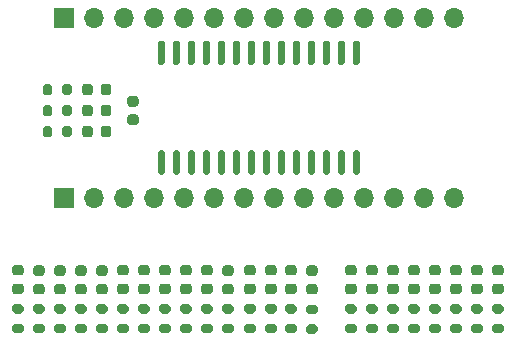
<source format=gbr>
%TF.GenerationSoftware,KiCad,Pcbnew,(5.1.10-1-10_14)*%
%TF.CreationDate,2021-10-02T01:03:44-04:00*%
%TF.ProjectId,microcode-eeprom,6d696372-6f63-46f6-9465-2d656570726f,rev?*%
%TF.SameCoordinates,Original*%
%TF.FileFunction,Soldermask,Top*%
%TF.FilePolarity,Negative*%
%FSLAX46Y46*%
G04 Gerber Fmt 4.6, Leading zero omitted, Abs format (unit mm)*
G04 Created by KiCad (PCBNEW (5.1.10-1-10_14)) date 2021-10-02 01:03:44*
%MOMM*%
%LPD*%
G01*
G04 APERTURE LIST*
%ADD10O,1.700000X1.700000*%
%ADD11R,1.700000X1.700000*%
G04 APERTURE END LIST*
%TO.C,U53*%
G36*
G01*
X103740000Y-97557000D02*
X103740000Y-97007000D01*
G75*
G02*
X103940000Y-96807000I200000J0D01*
G01*
X104340000Y-96807000D01*
G75*
G02*
X104540000Y-97007000I0J-200000D01*
G01*
X104540000Y-97557000D01*
G75*
G02*
X104340000Y-97757000I-200000J0D01*
G01*
X103940000Y-97757000D01*
G75*
G02*
X103740000Y-97557000I0J200000D01*
G01*
G37*
G36*
G01*
X102090000Y-97557000D02*
X102090000Y-97007000D01*
G75*
G02*
X102290000Y-96807000I200000J0D01*
G01*
X102690000Y-96807000D01*
G75*
G02*
X102890000Y-97007000I0J-200000D01*
G01*
X102890000Y-97557000D01*
G75*
G02*
X102690000Y-97757000I-200000J0D01*
G01*
X102290000Y-97757000D01*
G75*
G02*
X102090000Y-97557000I0J200000D01*
G01*
G37*
%TD*%
%TO.C,U52*%
G36*
G01*
X107004500Y-97538250D02*
X107004500Y-97025750D01*
G75*
G02*
X107223250Y-96807000I218750J0D01*
G01*
X107660750Y-96807000D01*
G75*
G02*
X107879500Y-97025750I0J-218750D01*
G01*
X107879500Y-97538250D01*
G75*
G02*
X107660750Y-97757000I-218750J0D01*
G01*
X107223250Y-97757000D01*
G75*
G02*
X107004500Y-97538250I0J218750D01*
G01*
G37*
G36*
G01*
X105429500Y-97538250D02*
X105429500Y-97025750D01*
G75*
G02*
X105648250Y-96807000I218750J0D01*
G01*
X106085750Y-96807000D01*
G75*
G02*
X106304500Y-97025750I0J-218750D01*
G01*
X106304500Y-97538250D01*
G75*
G02*
X106085750Y-97757000I-218750J0D01*
G01*
X105648250Y-97757000D01*
G75*
G02*
X105429500Y-97538250I0J218750D01*
G01*
G37*
%TD*%
%TO.C,U51*%
G36*
G01*
X103740000Y-94001000D02*
X103740000Y-93451000D01*
G75*
G02*
X103940000Y-93251000I200000J0D01*
G01*
X104340000Y-93251000D01*
G75*
G02*
X104540000Y-93451000I0J-200000D01*
G01*
X104540000Y-94001000D01*
G75*
G02*
X104340000Y-94201000I-200000J0D01*
G01*
X103940000Y-94201000D01*
G75*
G02*
X103740000Y-94001000I0J200000D01*
G01*
G37*
G36*
G01*
X102090000Y-94001000D02*
X102090000Y-93451000D01*
G75*
G02*
X102290000Y-93251000I200000J0D01*
G01*
X102690000Y-93251000D01*
G75*
G02*
X102890000Y-93451000I0J-200000D01*
G01*
X102890000Y-94001000D01*
G75*
G02*
X102690000Y-94201000I-200000J0D01*
G01*
X102290000Y-94201000D01*
G75*
G02*
X102090000Y-94001000I0J200000D01*
G01*
G37*
%TD*%
%TO.C,U50*%
G36*
G01*
X107004500Y-93982250D02*
X107004500Y-93469750D01*
G75*
G02*
X107223250Y-93251000I218750J0D01*
G01*
X107660750Y-93251000D01*
G75*
G02*
X107879500Y-93469750I0J-218750D01*
G01*
X107879500Y-93982250D01*
G75*
G02*
X107660750Y-94201000I-218750J0D01*
G01*
X107223250Y-94201000D01*
G75*
G02*
X107004500Y-93982250I0J218750D01*
G01*
G37*
G36*
G01*
X105429500Y-93982250D02*
X105429500Y-93469750D01*
G75*
G02*
X105648250Y-93251000I218750J0D01*
G01*
X106085750Y-93251000D01*
G75*
G02*
X106304500Y-93469750I0J-218750D01*
G01*
X106304500Y-93982250D01*
G75*
G02*
X106085750Y-94201000I-218750J0D01*
G01*
X105648250Y-94201000D01*
G75*
G02*
X105429500Y-93982250I0J218750D01*
G01*
G37*
%TD*%
%TO.C,U49*%
G36*
G01*
X103740000Y-95779000D02*
X103740000Y-95229000D01*
G75*
G02*
X103940000Y-95029000I200000J0D01*
G01*
X104340000Y-95029000D01*
G75*
G02*
X104540000Y-95229000I0J-200000D01*
G01*
X104540000Y-95779000D01*
G75*
G02*
X104340000Y-95979000I-200000J0D01*
G01*
X103940000Y-95979000D01*
G75*
G02*
X103740000Y-95779000I0J200000D01*
G01*
G37*
G36*
G01*
X102090000Y-95779000D02*
X102090000Y-95229000D01*
G75*
G02*
X102290000Y-95029000I200000J0D01*
G01*
X102690000Y-95029000D01*
G75*
G02*
X102890000Y-95229000I0J-200000D01*
G01*
X102890000Y-95779000D01*
G75*
G02*
X102690000Y-95979000I-200000J0D01*
G01*
X102290000Y-95979000D01*
G75*
G02*
X102090000Y-95779000I0J200000D01*
G01*
G37*
%TD*%
%TO.C,U48*%
G36*
G01*
X107004500Y-95760250D02*
X107004500Y-95247750D01*
G75*
G02*
X107223250Y-95029000I218750J0D01*
G01*
X107660750Y-95029000D01*
G75*
G02*
X107879500Y-95247750I0J-218750D01*
G01*
X107879500Y-95760250D01*
G75*
G02*
X107660750Y-95979000I-218750J0D01*
G01*
X107223250Y-95979000D01*
G75*
G02*
X107004500Y-95760250I0J218750D01*
G01*
G37*
G36*
G01*
X105429500Y-95760250D02*
X105429500Y-95247750D01*
G75*
G02*
X105648250Y-95029000I218750J0D01*
G01*
X106085750Y-95029000D01*
G75*
G02*
X106304500Y-95247750I0J-218750D01*
G01*
X106304500Y-95760250D01*
G75*
G02*
X106085750Y-95979000I-218750J0D01*
G01*
X105648250Y-95979000D01*
G75*
G02*
X105429500Y-95760250I0J218750D01*
G01*
G37*
%TD*%
%TO.C,C1*%
G36*
G01*
X109478000Y-95829000D02*
X109978000Y-95829000D01*
G75*
G02*
X110203000Y-96054000I0J-225000D01*
G01*
X110203000Y-96504000D01*
G75*
G02*
X109978000Y-96729000I-225000J0D01*
G01*
X109478000Y-96729000D01*
G75*
G02*
X109253000Y-96504000I0J225000D01*
G01*
X109253000Y-96054000D01*
G75*
G02*
X109478000Y-95829000I225000J0D01*
G01*
G37*
G36*
G01*
X109478000Y-94279000D02*
X109978000Y-94279000D01*
G75*
G02*
X110203000Y-94504000I0J-225000D01*
G01*
X110203000Y-94954000D01*
G75*
G02*
X109978000Y-95179000I-225000J0D01*
G01*
X109478000Y-95179000D01*
G75*
G02*
X109253000Y-94954000I0J225000D01*
G01*
X109253000Y-94504000D01*
G75*
G02*
X109478000Y-94279000I225000J0D01*
G01*
G37*
%TD*%
%TO.C,U1*%
G36*
G01*
X112291000Y-91625000D02*
X111991000Y-91625000D01*
G75*
G02*
X111841000Y-91475000I0J150000D01*
G01*
X111841000Y-89725000D01*
G75*
G02*
X111991000Y-89575000I150000J0D01*
G01*
X112291000Y-89575000D01*
G75*
G02*
X112441000Y-89725000I0J-150000D01*
G01*
X112441000Y-91475000D01*
G75*
G02*
X112291000Y-91625000I-150000J0D01*
G01*
G37*
G36*
G01*
X113561000Y-91625000D02*
X113261000Y-91625000D01*
G75*
G02*
X113111000Y-91475000I0J150000D01*
G01*
X113111000Y-89725000D01*
G75*
G02*
X113261000Y-89575000I150000J0D01*
G01*
X113561000Y-89575000D01*
G75*
G02*
X113711000Y-89725000I0J-150000D01*
G01*
X113711000Y-91475000D01*
G75*
G02*
X113561000Y-91625000I-150000J0D01*
G01*
G37*
G36*
G01*
X114831000Y-91625000D02*
X114531000Y-91625000D01*
G75*
G02*
X114381000Y-91475000I0J150000D01*
G01*
X114381000Y-89725000D01*
G75*
G02*
X114531000Y-89575000I150000J0D01*
G01*
X114831000Y-89575000D01*
G75*
G02*
X114981000Y-89725000I0J-150000D01*
G01*
X114981000Y-91475000D01*
G75*
G02*
X114831000Y-91625000I-150000J0D01*
G01*
G37*
G36*
G01*
X116101000Y-91625000D02*
X115801000Y-91625000D01*
G75*
G02*
X115651000Y-91475000I0J150000D01*
G01*
X115651000Y-89725000D01*
G75*
G02*
X115801000Y-89575000I150000J0D01*
G01*
X116101000Y-89575000D01*
G75*
G02*
X116251000Y-89725000I0J-150000D01*
G01*
X116251000Y-91475000D01*
G75*
G02*
X116101000Y-91625000I-150000J0D01*
G01*
G37*
G36*
G01*
X117371000Y-91625000D02*
X117071000Y-91625000D01*
G75*
G02*
X116921000Y-91475000I0J150000D01*
G01*
X116921000Y-89725000D01*
G75*
G02*
X117071000Y-89575000I150000J0D01*
G01*
X117371000Y-89575000D01*
G75*
G02*
X117521000Y-89725000I0J-150000D01*
G01*
X117521000Y-91475000D01*
G75*
G02*
X117371000Y-91625000I-150000J0D01*
G01*
G37*
G36*
G01*
X118641000Y-91625000D02*
X118341000Y-91625000D01*
G75*
G02*
X118191000Y-91475000I0J150000D01*
G01*
X118191000Y-89725000D01*
G75*
G02*
X118341000Y-89575000I150000J0D01*
G01*
X118641000Y-89575000D01*
G75*
G02*
X118791000Y-89725000I0J-150000D01*
G01*
X118791000Y-91475000D01*
G75*
G02*
X118641000Y-91625000I-150000J0D01*
G01*
G37*
G36*
G01*
X119911000Y-91625000D02*
X119611000Y-91625000D01*
G75*
G02*
X119461000Y-91475000I0J150000D01*
G01*
X119461000Y-89725000D01*
G75*
G02*
X119611000Y-89575000I150000J0D01*
G01*
X119911000Y-89575000D01*
G75*
G02*
X120061000Y-89725000I0J-150000D01*
G01*
X120061000Y-91475000D01*
G75*
G02*
X119911000Y-91625000I-150000J0D01*
G01*
G37*
G36*
G01*
X121181000Y-91625000D02*
X120881000Y-91625000D01*
G75*
G02*
X120731000Y-91475000I0J150000D01*
G01*
X120731000Y-89725000D01*
G75*
G02*
X120881000Y-89575000I150000J0D01*
G01*
X121181000Y-89575000D01*
G75*
G02*
X121331000Y-89725000I0J-150000D01*
G01*
X121331000Y-91475000D01*
G75*
G02*
X121181000Y-91625000I-150000J0D01*
G01*
G37*
G36*
G01*
X122451000Y-91625000D02*
X122151000Y-91625000D01*
G75*
G02*
X122001000Y-91475000I0J150000D01*
G01*
X122001000Y-89725000D01*
G75*
G02*
X122151000Y-89575000I150000J0D01*
G01*
X122451000Y-89575000D01*
G75*
G02*
X122601000Y-89725000I0J-150000D01*
G01*
X122601000Y-91475000D01*
G75*
G02*
X122451000Y-91625000I-150000J0D01*
G01*
G37*
G36*
G01*
X123721000Y-91625000D02*
X123421000Y-91625000D01*
G75*
G02*
X123271000Y-91475000I0J150000D01*
G01*
X123271000Y-89725000D01*
G75*
G02*
X123421000Y-89575000I150000J0D01*
G01*
X123721000Y-89575000D01*
G75*
G02*
X123871000Y-89725000I0J-150000D01*
G01*
X123871000Y-91475000D01*
G75*
G02*
X123721000Y-91625000I-150000J0D01*
G01*
G37*
G36*
G01*
X124991000Y-91625000D02*
X124691000Y-91625000D01*
G75*
G02*
X124541000Y-91475000I0J150000D01*
G01*
X124541000Y-89725000D01*
G75*
G02*
X124691000Y-89575000I150000J0D01*
G01*
X124991000Y-89575000D01*
G75*
G02*
X125141000Y-89725000I0J-150000D01*
G01*
X125141000Y-91475000D01*
G75*
G02*
X124991000Y-91625000I-150000J0D01*
G01*
G37*
G36*
G01*
X126261000Y-91625000D02*
X125961000Y-91625000D01*
G75*
G02*
X125811000Y-91475000I0J150000D01*
G01*
X125811000Y-89725000D01*
G75*
G02*
X125961000Y-89575000I150000J0D01*
G01*
X126261000Y-89575000D01*
G75*
G02*
X126411000Y-89725000I0J-150000D01*
G01*
X126411000Y-91475000D01*
G75*
G02*
X126261000Y-91625000I-150000J0D01*
G01*
G37*
G36*
G01*
X127531000Y-91625000D02*
X127231000Y-91625000D01*
G75*
G02*
X127081000Y-91475000I0J150000D01*
G01*
X127081000Y-89725000D01*
G75*
G02*
X127231000Y-89575000I150000J0D01*
G01*
X127531000Y-89575000D01*
G75*
G02*
X127681000Y-89725000I0J-150000D01*
G01*
X127681000Y-91475000D01*
G75*
G02*
X127531000Y-91625000I-150000J0D01*
G01*
G37*
G36*
G01*
X128801000Y-91625000D02*
X128501000Y-91625000D01*
G75*
G02*
X128351000Y-91475000I0J150000D01*
G01*
X128351000Y-89725000D01*
G75*
G02*
X128501000Y-89575000I150000J0D01*
G01*
X128801000Y-89575000D01*
G75*
G02*
X128951000Y-89725000I0J-150000D01*
G01*
X128951000Y-91475000D01*
G75*
G02*
X128801000Y-91625000I-150000J0D01*
G01*
G37*
G36*
G01*
X128801000Y-100925000D02*
X128501000Y-100925000D01*
G75*
G02*
X128351000Y-100775000I0J150000D01*
G01*
X128351000Y-99025000D01*
G75*
G02*
X128501000Y-98875000I150000J0D01*
G01*
X128801000Y-98875000D01*
G75*
G02*
X128951000Y-99025000I0J-150000D01*
G01*
X128951000Y-100775000D01*
G75*
G02*
X128801000Y-100925000I-150000J0D01*
G01*
G37*
G36*
G01*
X127531000Y-100925000D02*
X127231000Y-100925000D01*
G75*
G02*
X127081000Y-100775000I0J150000D01*
G01*
X127081000Y-99025000D01*
G75*
G02*
X127231000Y-98875000I150000J0D01*
G01*
X127531000Y-98875000D01*
G75*
G02*
X127681000Y-99025000I0J-150000D01*
G01*
X127681000Y-100775000D01*
G75*
G02*
X127531000Y-100925000I-150000J0D01*
G01*
G37*
G36*
G01*
X126261000Y-100925000D02*
X125961000Y-100925000D01*
G75*
G02*
X125811000Y-100775000I0J150000D01*
G01*
X125811000Y-99025000D01*
G75*
G02*
X125961000Y-98875000I150000J0D01*
G01*
X126261000Y-98875000D01*
G75*
G02*
X126411000Y-99025000I0J-150000D01*
G01*
X126411000Y-100775000D01*
G75*
G02*
X126261000Y-100925000I-150000J0D01*
G01*
G37*
G36*
G01*
X124991000Y-100925000D02*
X124691000Y-100925000D01*
G75*
G02*
X124541000Y-100775000I0J150000D01*
G01*
X124541000Y-99025000D01*
G75*
G02*
X124691000Y-98875000I150000J0D01*
G01*
X124991000Y-98875000D01*
G75*
G02*
X125141000Y-99025000I0J-150000D01*
G01*
X125141000Y-100775000D01*
G75*
G02*
X124991000Y-100925000I-150000J0D01*
G01*
G37*
G36*
G01*
X123721000Y-100925000D02*
X123421000Y-100925000D01*
G75*
G02*
X123271000Y-100775000I0J150000D01*
G01*
X123271000Y-99025000D01*
G75*
G02*
X123421000Y-98875000I150000J0D01*
G01*
X123721000Y-98875000D01*
G75*
G02*
X123871000Y-99025000I0J-150000D01*
G01*
X123871000Y-100775000D01*
G75*
G02*
X123721000Y-100925000I-150000J0D01*
G01*
G37*
G36*
G01*
X122451000Y-100925000D02*
X122151000Y-100925000D01*
G75*
G02*
X122001000Y-100775000I0J150000D01*
G01*
X122001000Y-99025000D01*
G75*
G02*
X122151000Y-98875000I150000J0D01*
G01*
X122451000Y-98875000D01*
G75*
G02*
X122601000Y-99025000I0J-150000D01*
G01*
X122601000Y-100775000D01*
G75*
G02*
X122451000Y-100925000I-150000J0D01*
G01*
G37*
G36*
G01*
X121181000Y-100925000D02*
X120881000Y-100925000D01*
G75*
G02*
X120731000Y-100775000I0J150000D01*
G01*
X120731000Y-99025000D01*
G75*
G02*
X120881000Y-98875000I150000J0D01*
G01*
X121181000Y-98875000D01*
G75*
G02*
X121331000Y-99025000I0J-150000D01*
G01*
X121331000Y-100775000D01*
G75*
G02*
X121181000Y-100925000I-150000J0D01*
G01*
G37*
G36*
G01*
X119911000Y-100925000D02*
X119611000Y-100925000D01*
G75*
G02*
X119461000Y-100775000I0J150000D01*
G01*
X119461000Y-99025000D01*
G75*
G02*
X119611000Y-98875000I150000J0D01*
G01*
X119911000Y-98875000D01*
G75*
G02*
X120061000Y-99025000I0J-150000D01*
G01*
X120061000Y-100775000D01*
G75*
G02*
X119911000Y-100925000I-150000J0D01*
G01*
G37*
G36*
G01*
X118641000Y-100925000D02*
X118341000Y-100925000D01*
G75*
G02*
X118191000Y-100775000I0J150000D01*
G01*
X118191000Y-99025000D01*
G75*
G02*
X118341000Y-98875000I150000J0D01*
G01*
X118641000Y-98875000D01*
G75*
G02*
X118791000Y-99025000I0J-150000D01*
G01*
X118791000Y-100775000D01*
G75*
G02*
X118641000Y-100925000I-150000J0D01*
G01*
G37*
G36*
G01*
X117371000Y-100925000D02*
X117071000Y-100925000D01*
G75*
G02*
X116921000Y-100775000I0J150000D01*
G01*
X116921000Y-99025000D01*
G75*
G02*
X117071000Y-98875000I150000J0D01*
G01*
X117371000Y-98875000D01*
G75*
G02*
X117521000Y-99025000I0J-150000D01*
G01*
X117521000Y-100775000D01*
G75*
G02*
X117371000Y-100925000I-150000J0D01*
G01*
G37*
G36*
G01*
X116101000Y-100925000D02*
X115801000Y-100925000D01*
G75*
G02*
X115651000Y-100775000I0J150000D01*
G01*
X115651000Y-99025000D01*
G75*
G02*
X115801000Y-98875000I150000J0D01*
G01*
X116101000Y-98875000D01*
G75*
G02*
X116251000Y-99025000I0J-150000D01*
G01*
X116251000Y-100775000D01*
G75*
G02*
X116101000Y-100925000I-150000J0D01*
G01*
G37*
G36*
G01*
X114831000Y-100925000D02*
X114531000Y-100925000D01*
G75*
G02*
X114381000Y-100775000I0J150000D01*
G01*
X114381000Y-99025000D01*
G75*
G02*
X114531000Y-98875000I150000J0D01*
G01*
X114831000Y-98875000D01*
G75*
G02*
X114981000Y-99025000I0J-150000D01*
G01*
X114981000Y-100775000D01*
G75*
G02*
X114831000Y-100925000I-150000J0D01*
G01*
G37*
G36*
G01*
X113561000Y-100925000D02*
X113261000Y-100925000D01*
G75*
G02*
X113111000Y-100775000I0J150000D01*
G01*
X113111000Y-99025000D01*
G75*
G02*
X113261000Y-98875000I150000J0D01*
G01*
X113561000Y-98875000D01*
G75*
G02*
X113711000Y-99025000I0J-150000D01*
G01*
X113711000Y-100775000D01*
G75*
G02*
X113561000Y-100925000I-150000J0D01*
G01*
G37*
G36*
G01*
X112291000Y-100925000D02*
X111991000Y-100925000D01*
G75*
G02*
X111841000Y-100775000I0J150000D01*
G01*
X111841000Y-99025000D01*
G75*
G02*
X111991000Y-98875000I150000J0D01*
G01*
X112291000Y-98875000D01*
G75*
G02*
X112441000Y-99025000I0J-150000D01*
G01*
X112441000Y-100775000D01*
G75*
G02*
X112291000Y-100925000I-150000J0D01*
G01*
G37*
%TD*%
%TO.C,U31*%
G36*
G01*
X124603000Y-113608000D02*
X125153000Y-113608000D01*
G75*
G02*
X125353000Y-113808000I0J-200000D01*
G01*
X125353000Y-114208000D01*
G75*
G02*
X125153000Y-114408000I-200000J0D01*
G01*
X124603000Y-114408000D01*
G75*
G02*
X124403000Y-114208000I0J200000D01*
G01*
X124403000Y-113808000D01*
G75*
G02*
X124603000Y-113608000I200000J0D01*
G01*
G37*
G36*
G01*
X124603000Y-111958000D02*
X125153000Y-111958000D01*
G75*
G02*
X125353000Y-112158000I0J-200000D01*
G01*
X125353000Y-112558000D01*
G75*
G02*
X125153000Y-112758000I-200000J0D01*
G01*
X124603000Y-112758000D01*
G75*
G02*
X124403000Y-112558000I0J200000D01*
G01*
X124403000Y-112158000D01*
G75*
G02*
X124603000Y-111958000I200000J0D01*
G01*
G37*
%TD*%
%TO.C,U30*%
G36*
G01*
X125134250Y-109493500D02*
X124621750Y-109493500D01*
G75*
G02*
X124403000Y-109274750I0J218750D01*
G01*
X124403000Y-108837250D01*
G75*
G02*
X124621750Y-108618500I218750J0D01*
G01*
X125134250Y-108618500D01*
G75*
G02*
X125353000Y-108837250I0J-218750D01*
G01*
X125353000Y-109274750D01*
G75*
G02*
X125134250Y-109493500I-218750J0D01*
G01*
G37*
G36*
G01*
X125134250Y-111068500D02*
X124621750Y-111068500D01*
G75*
G02*
X124403000Y-110849750I0J218750D01*
G01*
X124403000Y-110412250D01*
G75*
G02*
X124621750Y-110193500I218750J0D01*
G01*
X125134250Y-110193500D01*
G75*
G02*
X125353000Y-110412250I0J-218750D01*
G01*
X125353000Y-110849750D01*
G75*
G02*
X125134250Y-111068500I-218750J0D01*
G01*
G37*
%TD*%
%TO.C,U29*%
G36*
G01*
X122825000Y-113545000D02*
X123375000Y-113545000D01*
G75*
G02*
X123575000Y-113745000I0J-200000D01*
G01*
X123575000Y-114145000D01*
G75*
G02*
X123375000Y-114345000I-200000J0D01*
G01*
X122825000Y-114345000D01*
G75*
G02*
X122625000Y-114145000I0J200000D01*
G01*
X122625000Y-113745000D01*
G75*
G02*
X122825000Y-113545000I200000J0D01*
G01*
G37*
G36*
G01*
X122825000Y-111895000D02*
X123375000Y-111895000D01*
G75*
G02*
X123575000Y-112095000I0J-200000D01*
G01*
X123575000Y-112495000D01*
G75*
G02*
X123375000Y-112695000I-200000J0D01*
G01*
X122825000Y-112695000D01*
G75*
G02*
X122625000Y-112495000I0J200000D01*
G01*
X122625000Y-112095000D01*
G75*
G02*
X122825000Y-111895000I200000J0D01*
G01*
G37*
%TD*%
%TO.C,U28*%
G36*
G01*
X123356250Y-109468000D02*
X122843750Y-109468000D01*
G75*
G02*
X122625000Y-109249250I0J218750D01*
G01*
X122625000Y-108811750D01*
G75*
G02*
X122843750Y-108593000I218750J0D01*
G01*
X123356250Y-108593000D01*
G75*
G02*
X123575000Y-108811750I0J-218750D01*
G01*
X123575000Y-109249250D01*
G75*
G02*
X123356250Y-109468000I-218750J0D01*
G01*
G37*
G36*
G01*
X123356250Y-111043000D02*
X122843750Y-111043000D01*
G75*
G02*
X122625000Y-110824250I0J218750D01*
G01*
X122625000Y-110386750D01*
G75*
G02*
X122843750Y-110168000I218750J0D01*
G01*
X123356250Y-110168000D01*
G75*
G02*
X123575000Y-110386750I0J-218750D01*
G01*
X123575000Y-110824250D01*
G75*
G02*
X123356250Y-111043000I-218750J0D01*
G01*
G37*
%TD*%
%TO.C,U27*%
G36*
G01*
X121137000Y-113545000D02*
X121687000Y-113545000D01*
G75*
G02*
X121887000Y-113745000I0J-200000D01*
G01*
X121887000Y-114145000D01*
G75*
G02*
X121687000Y-114345000I-200000J0D01*
G01*
X121137000Y-114345000D01*
G75*
G02*
X120937000Y-114145000I0J200000D01*
G01*
X120937000Y-113745000D01*
G75*
G02*
X121137000Y-113545000I200000J0D01*
G01*
G37*
G36*
G01*
X121137000Y-111895000D02*
X121687000Y-111895000D01*
G75*
G02*
X121887000Y-112095000I0J-200000D01*
G01*
X121887000Y-112495000D01*
G75*
G02*
X121687000Y-112695000I-200000J0D01*
G01*
X121137000Y-112695000D01*
G75*
G02*
X120937000Y-112495000I0J200000D01*
G01*
X120937000Y-112095000D01*
G75*
G02*
X121137000Y-111895000I200000J0D01*
G01*
G37*
%TD*%
%TO.C,U26*%
G36*
G01*
X121668250Y-111043000D02*
X121155750Y-111043000D01*
G75*
G02*
X120937000Y-110824250I0J218750D01*
G01*
X120937000Y-110386750D01*
G75*
G02*
X121155750Y-110168000I218750J0D01*
G01*
X121668250Y-110168000D01*
G75*
G02*
X121887000Y-110386750I0J-218750D01*
G01*
X121887000Y-110824250D01*
G75*
G02*
X121668250Y-111043000I-218750J0D01*
G01*
G37*
G36*
G01*
X121668250Y-109468000D02*
X121155750Y-109468000D01*
G75*
G02*
X120937000Y-109249250I0J218750D01*
G01*
X120937000Y-108811750D01*
G75*
G02*
X121155750Y-108593000I218750J0D01*
G01*
X121668250Y-108593000D01*
G75*
G02*
X121887000Y-108811750I0J-218750D01*
G01*
X121887000Y-109249250D01*
G75*
G02*
X121668250Y-109468000I-218750J0D01*
G01*
G37*
%TD*%
%TO.C,U25*%
G36*
G01*
X119359000Y-113545000D02*
X119909000Y-113545000D01*
G75*
G02*
X120109000Y-113745000I0J-200000D01*
G01*
X120109000Y-114145000D01*
G75*
G02*
X119909000Y-114345000I-200000J0D01*
G01*
X119359000Y-114345000D01*
G75*
G02*
X119159000Y-114145000I0J200000D01*
G01*
X119159000Y-113745000D01*
G75*
G02*
X119359000Y-113545000I200000J0D01*
G01*
G37*
G36*
G01*
X119359000Y-111895000D02*
X119909000Y-111895000D01*
G75*
G02*
X120109000Y-112095000I0J-200000D01*
G01*
X120109000Y-112495000D01*
G75*
G02*
X119909000Y-112695000I-200000J0D01*
G01*
X119359000Y-112695000D01*
G75*
G02*
X119159000Y-112495000I0J200000D01*
G01*
X119159000Y-112095000D01*
G75*
G02*
X119359000Y-111895000I200000J0D01*
G01*
G37*
%TD*%
%TO.C,U24*%
G36*
G01*
X119890250Y-109468000D02*
X119377750Y-109468000D01*
G75*
G02*
X119159000Y-109249250I0J218750D01*
G01*
X119159000Y-108811750D01*
G75*
G02*
X119377750Y-108593000I218750J0D01*
G01*
X119890250Y-108593000D01*
G75*
G02*
X120109000Y-108811750I0J-218750D01*
G01*
X120109000Y-109249250D01*
G75*
G02*
X119890250Y-109468000I-218750J0D01*
G01*
G37*
G36*
G01*
X119890250Y-111043000D02*
X119377750Y-111043000D01*
G75*
G02*
X119159000Y-110824250I0J218750D01*
G01*
X119159000Y-110386750D01*
G75*
G02*
X119377750Y-110168000I218750J0D01*
G01*
X119890250Y-110168000D01*
G75*
G02*
X120109000Y-110386750I0J-218750D01*
G01*
X120109000Y-110824250D01*
G75*
G02*
X119890250Y-111043000I-218750J0D01*
G01*
G37*
%TD*%
%TO.C,U23*%
G36*
G01*
X117491000Y-113545000D02*
X118041000Y-113545000D01*
G75*
G02*
X118241000Y-113745000I0J-200000D01*
G01*
X118241000Y-114145000D01*
G75*
G02*
X118041000Y-114345000I-200000J0D01*
G01*
X117491000Y-114345000D01*
G75*
G02*
X117291000Y-114145000I0J200000D01*
G01*
X117291000Y-113745000D01*
G75*
G02*
X117491000Y-113545000I200000J0D01*
G01*
G37*
G36*
G01*
X117491000Y-111895000D02*
X118041000Y-111895000D01*
G75*
G02*
X118241000Y-112095000I0J-200000D01*
G01*
X118241000Y-112495000D01*
G75*
G02*
X118041000Y-112695000I-200000J0D01*
G01*
X117491000Y-112695000D01*
G75*
G02*
X117291000Y-112495000I0J200000D01*
G01*
X117291000Y-112095000D01*
G75*
G02*
X117491000Y-111895000I200000J0D01*
G01*
G37*
%TD*%
%TO.C,U22*%
G36*
G01*
X118022250Y-109493500D02*
X117509750Y-109493500D01*
G75*
G02*
X117291000Y-109274750I0J218750D01*
G01*
X117291000Y-108837250D01*
G75*
G02*
X117509750Y-108618500I218750J0D01*
G01*
X118022250Y-108618500D01*
G75*
G02*
X118241000Y-108837250I0J-218750D01*
G01*
X118241000Y-109274750D01*
G75*
G02*
X118022250Y-109493500I-218750J0D01*
G01*
G37*
G36*
G01*
X118022250Y-111068500D02*
X117509750Y-111068500D01*
G75*
G02*
X117291000Y-110849750I0J218750D01*
G01*
X117291000Y-110412250D01*
G75*
G02*
X117509750Y-110193500I218750J0D01*
G01*
X118022250Y-110193500D01*
G75*
G02*
X118241000Y-110412250I0J-218750D01*
G01*
X118241000Y-110849750D01*
G75*
G02*
X118022250Y-111068500I-218750J0D01*
G01*
G37*
%TD*%
%TO.C,U21*%
G36*
G01*
X115713000Y-113545000D02*
X116263000Y-113545000D01*
G75*
G02*
X116463000Y-113745000I0J-200000D01*
G01*
X116463000Y-114145000D01*
G75*
G02*
X116263000Y-114345000I-200000J0D01*
G01*
X115713000Y-114345000D01*
G75*
G02*
X115513000Y-114145000I0J200000D01*
G01*
X115513000Y-113745000D01*
G75*
G02*
X115713000Y-113545000I200000J0D01*
G01*
G37*
G36*
G01*
X115713000Y-111895000D02*
X116263000Y-111895000D01*
G75*
G02*
X116463000Y-112095000I0J-200000D01*
G01*
X116463000Y-112495000D01*
G75*
G02*
X116263000Y-112695000I-200000J0D01*
G01*
X115713000Y-112695000D01*
G75*
G02*
X115513000Y-112495000I0J200000D01*
G01*
X115513000Y-112095000D01*
G75*
G02*
X115713000Y-111895000I200000J0D01*
G01*
G37*
%TD*%
%TO.C,U20*%
G36*
G01*
X116244250Y-109468000D02*
X115731750Y-109468000D01*
G75*
G02*
X115513000Y-109249250I0J218750D01*
G01*
X115513000Y-108811750D01*
G75*
G02*
X115731750Y-108593000I218750J0D01*
G01*
X116244250Y-108593000D01*
G75*
G02*
X116463000Y-108811750I0J-218750D01*
G01*
X116463000Y-109249250D01*
G75*
G02*
X116244250Y-109468000I-218750J0D01*
G01*
G37*
G36*
G01*
X116244250Y-111043000D02*
X115731750Y-111043000D01*
G75*
G02*
X115513000Y-110824250I0J218750D01*
G01*
X115513000Y-110386750D01*
G75*
G02*
X115731750Y-110168000I218750J0D01*
G01*
X116244250Y-110168000D01*
G75*
G02*
X116463000Y-110386750I0J-218750D01*
G01*
X116463000Y-110824250D01*
G75*
G02*
X116244250Y-111043000I-218750J0D01*
G01*
G37*
%TD*%
%TO.C,U19*%
G36*
G01*
X113935000Y-113545000D02*
X114485000Y-113545000D01*
G75*
G02*
X114685000Y-113745000I0J-200000D01*
G01*
X114685000Y-114145000D01*
G75*
G02*
X114485000Y-114345000I-200000J0D01*
G01*
X113935000Y-114345000D01*
G75*
G02*
X113735000Y-114145000I0J200000D01*
G01*
X113735000Y-113745000D01*
G75*
G02*
X113935000Y-113545000I200000J0D01*
G01*
G37*
G36*
G01*
X113935000Y-111895000D02*
X114485000Y-111895000D01*
G75*
G02*
X114685000Y-112095000I0J-200000D01*
G01*
X114685000Y-112495000D01*
G75*
G02*
X114485000Y-112695000I-200000J0D01*
G01*
X113935000Y-112695000D01*
G75*
G02*
X113735000Y-112495000I0J200000D01*
G01*
X113735000Y-112095000D01*
G75*
G02*
X113935000Y-111895000I200000J0D01*
G01*
G37*
%TD*%
%TO.C,U18*%
G36*
G01*
X114466250Y-109468000D02*
X113953750Y-109468000D01*
G75*
G02*
X113735000Y-109249250I0J218750D01*
G01*
X113735000Y-108811750D01*
G75*
G02*
X113953750Y-108593000I218750J0D01*
G01*
X114466250Y-108593000D01*
G75*
G02*
X114685000Y-108811750I0J-218750D01*
G01*
X114685000Y-109249250D01*
G75*
G02*
X114466250Y-109468000I-218750J0D01*
G01*
G37*
G36*
G01*
X114466250Y-111043000D02*
X113953750Y-111043000D01*
G75*
G02*
X113735000Y-110824250I0J218750D01*
G01*
X113735000Y-110386750D01*
G75*
G02*
X113953750Y-110168000I218750J0D01*
G01*
X114466250Y-110168000D01*
G75*
G02*
X114685000Y-110386750I0J-218750D01*
G01*
X114685000Y-110824250D01*
G75*
G02*
X114466250Y-111043000I-218750J0D01*
G01*
G37*
%TD*%
%TO.C,U17*%
G36*
G01*
X112157000Y-113545000D02*
X112707000Y-113545000D01*
G75*
G02*
X112907000Y-113745000I0J-200000D01*
G01*
X112907000Y-114145000D01*
G75*
G02*
X112707000Y-114345000I-200000J0D01*
G01*
X112157000Y-114345000D01*
G75*
G02*
X111957000Y-114145000I0J200000D01*
G01*
X111957000Y-113745000D01*
G75*
G02*
X112157000Y-113545000I200000J0D01*
G01*
G37*
G36*
G01*
X112157000Y-111895000D02*
X112707000Y-111895000D01*
G75*
G02*
X112907000Y-112095000I0J-200000D01*
G01*
X112907000Y-112495000D01*
G75*
G02*
X112707000Y-112695000I-200000J0D01*
G01*
X112157000Y-112695000D01*
G75*
G02*
X111957000Y-112495000I0J200000D01*
G01*
X111957000Y-112095000D01*
G75*
G02*
X112157000Y-111895000I200000J0D01*
G01*
G37*
%TD*%
%TO.C,U16*%
G36*
G01*
X112688250Y-109468000D02*
X112175750Y-109468000D01*
G75*
G02*
X111957000Y-109249250I0J218750D01*
G01*
X111957000Y-108811750D01*
G75*
G02*
X112175750Y-108593000I218750J0D01*
G01*
X112688250Y-108593000D01*
G75*
G02*
X112907000Y-108811750I0J-218750D01*
G01*
X112907000Y-109249250D01*
G75*
G02*
X112688250Y-109468000I-218750J0D01*
G01*
G37*
G36*
G01*
X112688250Y-111043000D02*
X112175750Y-111043000D01*
G75*
G02*
X111957000Y-110824250I0J218750D01*
G01*
X111957000Y-110386750D01*
G75*
G02*
X112175750Y-110168000I218750J0D01*
G01*
X112688250Y-110168000D01*
G75*
G02*
X112907000Y-110386750I0J-218750D01*
G01*
X112907000Y-110824250D01*
G75*
G02*
X112688250Y-111043000I-218750J0D01*
G01*
G37*
%TD*%
%TO.C,U15*%
G36*
G01*
X110379000Y-113545000D02*
X110929000Y-113545000D01*
G75*
G02*
X111129000Y-113745000I0J-200000D01*
G01*
X111129000Y-114145000D01*
G75*
G02*
X110929000Y-114345000I-200000J0D01*
G01*
X110379000Y-114345000D01*
G75*
G02*
X110179000Y-114145000I0J200000D01*
G01*
X110179000Y-113745000D01*
G75*
G02*
X110379000Y-113545000I200000J0D01*
G01*
G37*
G36*
G01*
X110379000Y-111895000D02*
X110929000Y-111895000D01*
G75*
G02*
X111129000Y-112095000I0J-200000D01*
G01*
X111129000Y-112495000D01*
G75*
G02*
X110929000Y-112695000I-200000J0D01*
G01*
X110379000Y-112695000D01*
G75*
G02*
X110179000Y-112495000I0J200000D01*
G01*
X110179000Y-112095000D01*
G75*
G02*
X110379000Y-111895000I200000J0D01*
G01*
G37*
%TD*%
%TO.C,U14*%
G36*
G01*
X110910250Y-109468000D02*
X110397750Y-109468000D01*
G75*
G02*
X110179000Y-109249250I0J218750D01*
G01*
X110179000Y-108811750D01*
G75*
G02*
X110397750Y-108593000I218750J0D01*
G01*
X110910250Y-108593000D01*
G75*
G02*
X111129000Y-108811750I0J-218750D01*
G01*
X111129000Y-109249250D01*
G75*
G02*
X110910250Y-109468000I-218750J0D01*
G01*
G37*
G36*
G01*
X110910250Y-111043000D02*
X110397750Y-111043000D01*
G75*
G02*
X110179000Y-110824250I0J218750D01*
G01*
X110179000Y-110386750D01*
G75*
G02*
X110397750Y-110168000I218750J0D01*
G01*
X110910250Y-110168000D01*
G75*
G02*
X111129000Y-110386750I0J-218750D01*
G01*
X111129000Y-110824250D01*
G75*
G02*
X110910250Y-111043000I-218750J0D01*
G01*
G37*
%TD*%
%TO.C,U13*%
G36*
G01*
X108601000Y-113545000D02*
X109151000Y-113545000D01*
G75*
G02*
X109351000Y-113745000I0J-200000D01*
G01*
X109351000Y-114145000D01*
G75*
G02*
X109151000Y-114345000I-200000J0D01*
G01*
X108601000Y-114345000D01*
G75*
G02*
X108401000Y-114145000I0J200000D01*
G01*
X108401000Y-113745000D01*
G75*
G02*
X108601000Y-113545000I200000J0D01*
G01*
G37*
G36*
G01*
X108601000Y-111895000D02*
X109151000Y-111895000D01*
G75*
G02*
X109351000Y-112095000I0J-200000D01*
G01*
X109351000Y-112495000D01*
G75*
G02*
X109151000Y-112695000I-200000J0D01*
G01*
X108601000Y-112695000D01*
G75*
G02*
X108401000Y-112495000I0J200000D01*
G01*
X108401000Y-112095000D01*
G75*
G02*
X108601000Y-111895000I200000J0D01*
G01*
G37*
%TD*%
%TO.C,U12*%
G36*
G01*
X109132250Y-109468000D02*
X108619750Y-109468000D01*
G75*
G02*
X108401000Y-109249250I0J218750D01*
G01*
X108401000Y-108811750D01*
G75*
G02*
X108619750Y-108593000I218750J0D01*
G01*
X109132250Y-108593000D01*
G75*
G02*
X109351000Y-108811750I0J-218750D01*
G01*
X109351000Y-109249250D01*
G75*
G02*
X109132250Y-109468000I-218750J0D01*
G01*
G37*
G36*
G01*
X109132250Y-111043000D02*
X108619750Y-111043000D01*
G75*
G02*
X108401000Y-110824250I0J218750D01*
G01*
X108401000Y-110386750D01*
G75*
G02*
X108619750Y-110168000I218750J0D01*
G01*
X109132250Y-110168000D01*
G75*
G02*
X109351000Y-110386750I0J-218750D01*
G01*
X109351000Y-110824250D01*
G75*
G02*
X109132250Y-111043000I-218750J0D01*
G01*
G37*
%TD*%
%TO.C,U11*%
G36*
G01*
X106823000Y-113545000D02*
X107373000Y-113545000D01*
G75*
G02*
X107573000Y-113745000I0J-200000D01*
G01*
X107573000Y-114145000D01*
G75*
G02*
X107373000Y-114345000I-200000J0D01*
G01*
X106823000Y-114345000D01*
G75*
G02*
X106623000Y-114145000I0J200000D01*
G01*
X106623000Y-113745000D01*
G75*
G02*
X106823000Y-113545000I200000J0D01*
G01*
G37*
G36*
G01*
X106823000Y-111895000D02*
X107373000Y-111895000D01*
G75*
G02*
X107573000Y-112095000I0J-200000D01*
G01*
X107573000Y-112495000D01*
G75*
G02*
X107373000Y-112695000I-200000J0D01*
G01*
X106823000Y-112695000D01*
G75*
G02*
X106623000Y-112495000I0J200000D01*
G01*
X106623000Y-112095000D01*
G75*
G02*
X106823000Y-111895000I200000J0D01*
G01*
G37*
%TD*%
%TO.C,U10*%
G36*
G01*
X107354250Y-109493500D02*
X106841750Y-109493500D01*
G75*
G02*
X106623000Y-109274750I0J218750D01*
G01*
X106623000Y-108837250D01*
G75*
G02*
X106841750Y-108618500I218750J0D01*
G01*
X107354250Y-108618500D01*
G75*
G02*
X107573000Y-108837250I0J-218750D01*
G01*
X107573000Y-109274750D01*
G75*
G02*
X107354250Y-109493500I-218750J0D01*
G01*
G37*
G36*
G01*
X107354250Y-111068500D02*
X106841750Y-111068500D01*
G75*
G02*
X106623000Y-110849750I0J218750D01*
G01*
X106623000Y-110412250D01*
G75*
G02*
X106841750Y-110193500I218750J0D01*
G01*
X107354250Y-110193500D01*
G75*
G02*
X107573000Y-110412250I0J-218750D01*
G01*
X107573000Y-110849750D01*
G75*
G02*
X107354250Y-111068500I-218750J0D01*
G01*
G37*
%TD*%
%TO.C,U9*%
G36*
G01*
X105045000Y-113545000D02*
X105595000Y-113545000D01*
G75*
G02*
X105795000Y-113745000I0J-200000D01*
G01*
X105795000Y-114145000D01*
G75*
G02*
X105595000Y-114345000I-200000J0D01*
G01*
X105045000Y-114345000D01*
G75*
G02*
X104845000Y-114145000I0J200000D01*
G01*
X104845000Y-113745000D01*
G75*
G02*
X105045000Y-113545000I200000J0D01*
G01*
G37*
G36*
G01*
X105045000Y-111895000D02*
X105595000Y-111895000D01*
G75*
G02*
X105795000Y-112095000I0J-200000D01*
G01*
X105795000Y-112495000D01*
G75*
G02*
X105595000Y-112695000I-200000J0D01*
G01*
X105045000Y-112695000D01*
G75*
G02*
X104845000Y-112495000I0J200000D01*
G01*
X104845000Y-112095000D01*
G75*
G02*
X105045000Y-111895000I200000J0D01*
G01*
G37*
%TD*%
%TO.C,U8*%
G36*
G01*
X105576250Y-109493500D02*
X105063750Y-109493500D01*
G75*
G02*
X104845000Y-109274750I0J218750D01*
G01*
X104845000Y-108837250D01*
G75*
G02*
X105063750Y-108618500I218750J0D01*
G01*
X105576250Y-108618500D01*
G75*
G02*
X105795000Y-108837250I0J-218750D01*
G01*
X105795000Y-109274750D01*
G75*
G02*
X105576250Y-109493500I-218750J0D01*
G01*
G37*
G36*
G01*
X105576250Y-111068500D02*
X105063750Y-111068500D01*
G75*
G02*
X104845000Y-110849750I0J218750D01*
G01*
X104845000Y-110412250D01*
G75*
G02*
X105063750Y-110193500I218750J0D01*
G01*
X105576250Y-110193500D01*
G75*
G02*
X105795000Y-110412250I0J-218750D01*
G01*
X105795000Y-110849750D01*
G75*
G02*
X105576250Y-111068500I-218750J0D01*
G01*
G37*
%TD*%
%TO.C,U7*%
G36*
G01*
X103267000Y-113545000D02*
X103817000Y-113545000D01*
G75*
G02*
X104017000Y-113745000I0J-200000D01*
G01*
X104017000Y-114145000D01*
G75*
G02*
X103817000Y-114345000I-200000J0D01*
G01*
X103267000Y-114345000D01*
G75*
G02*
X103067000Y-114145000I0J200000D01*
G01*
X103067000Y-113745000D01*
G75*
G02*
X103267000Y-113545000I200000J0D01*
G01*
G37*
G36*
G01*
X103267000Y-111895000D02*
X103817000Y-111895000D01*
G75*
G02*
X104017000Y-112095000I0J-200000D01*
G01*
X104017000Y-112495000D01*
G75*
G02*
X103817000Y-112695000I-200000J0D01*
G01*
X103267000Y-112695000D01*
G75*
G02*
X103067000Y-112495000I0J200000D01*
G01*
X103067000Y-112095000D01*
G75*
G02*
X103267000Y-111895000I200000J0D01*
G01*
G37*
%TD*%
%TO.C,U6*%
G36*
G01*
X103798250Y-109493500D02*
X103285750Y-109493500D01*
G75*
G02*
X103067000Y-109274750I0J218750D01*
G01*
X103067000Y-108837250D01*
G75*
G02*
X103285750Y-108618500I218750J0D01*
G01*
X103798250Y-108618500D01*
G75*
G02*
X104017000Y-108837250I0J-218750D01*
G01*
X104017000Y-109274750D01*
G75*
G02*
X103798250Y-109493500I-218750J0D01*
G01*
G37*
G36*
G01*
X103798250Y-111068500D02*
X103285750Y-111068500D01*
G75*
G02*
X103067000Y-110849750I0J218750D01*
G01*
X103067000Y-110412250D01*
G75*
G02*
X103285750Y-110193500I218750J0D01*
G01*
X103798250Y-110193500D01*
G75*
G02*
X104017000Y-110412250I0J-218750D01*
G01*
X104017000Y-110849750D01*
G75*
G02*
X103798250Y-111068500I-218750J0D01*
G01*
G37*
%TD*%
%TO.C,U5*%
G36*
G01*
X101489000Y-113545000D02*
X102039000Y-113545000D01*
G75*
G02*
X102239000Y-113745000I0J-200000D01*
G01*
X102239000Y-114145000D01*
G75*
G02*
X102039000Y-114345000I-200000J0D01*
G01*
X101489000Y-114345000D01*
G75*
G02*
X101289000Y-114145000I0J200000D01*
G01*
X101289000Y-113745000D01*
G75*
G02*
X101489000Y-113545000I200000J0D01*
G01*
G37*
G36*
G01*
X101489000Y-111895000D02*
X102039000Y-111895000D01*
G75*
G02*
X102239000Y-112095000I0J-200000D01*
G01*
X102239000Y-112495000D01*
G75*
G02*
X102039000Y-112695000I-200000J0D01*
G01*
X101489000Y-112695000D01*
G75*
G02*
X101289000Y-112495000I0J200000D01*
G01*
X101289000Y-112095000D01*
G75*
G02*
X101489000Y-111895000I200000J0D01*
G01*
G37*
%TD*%
%TO.C,U4*%
G36*
G01*
X102020250Y-109493500D02*
X101507750Y-109493500D01*
G75*
G02*
X101289000Y-109274750I0J218750D01*
G01*
X101289000Y-108837250D01*
G75*
G02*
X101507750Y-108618500I218750J0D01*
G01*
X102020250Y-108618500D01*
G75*
G02*
X102239000Y-108837250I0J-218750D01*
G01*
X102239000Y-109274750D01*
G75*
G02*
X102020250Y-109493500I-218750J0D01*
G01*
G37*
G36*
G01*
X102020250Y-111068500D02*
X101507750Y-111068500D01*
G75*
G02*
X101289000Y-110849750I0J218750D01*
G01*
X101289000Y-110412250D01*
G75*
G02*
X101507750Y-110193500I218750J0D01*
G01*
X102020250Y-110193500D01*
G75*
G02*
X102239000Y-110412250I0J-218750D01*
G01*
X102239000Y-110849750D01*
G75*
G02*
X102020250Y-111068500I-218750J0D01*
G01*
G37*
%TD*%
%TO.C,U3*%
G36*
G01*
X99711000Y-113545000D02*
X100261000Y-113545000D01*
G75*
G02*
X100461000Y-113745000I0J-200000D01*
G01*
X100461000Y-114145000D01*
G75*
G02*
X100261000Y-114345000I-200000J0D01*
G01*
X99711000Y-114345000D01*
G75*
G02*
X99511000Y-114145000I0J200000D01*
G01*
X99511000Y-113745000D01*
G75*
G02*
X99711000Y-113545000I200000J0D01*
G01*
G37*
G36*
G01*
X99711000Y-111895000D02*
X100261000Y-111895000D01*
G75*
G02*
X100461000Y-112095000I0J-200000D01*
G01*
X100461000Y-112495000D01*
G75*
G02*
X100261000Y-112695000I-200000J0D01*
G01*
X99711000Y-112695000D01*
G75*
G02*
X99511000Y-112495000I0J200000D01*
G01*
X99511000Y-112095000D01*
G75*
G02*
X99711000Y-111895000I200000J0D01*
G01*
G37*
%TD*%
%TO.C,U2*%
G36*
G01*
X100242250Y-109468000D02*
X99729750Y-109468000D01*
G75*
G02*
X99511000Y-109249250I0J218750D01*
G01*
X99511000Y-108811750D01*
G75*
G02*
X99729750Y-108593000I218750J0D01*
G01*
X100242250Y-108593000D01*
G75*
G02*
X100461000Y-108811750I0J-218750D01*
G01*
X100461000Y-109249250D01*
G75*
G02*
X100242250Y-109468000I-218750J0D01*
G01*
G37*
G36*
G01*
X100242250Y-111043000D02*
X99729750Y-111043000D01*
G75*
G02*
X99511000Y-110824250I0J218750D01*
G01*
X99511000Y-110386750D01*
G75*
G02*
X99729750Y-110168000I218750J0D01*
G01*
X100242250Y-110168000D01*
G75*
G02*
X100461000Y-110386750I0J-218750D01*
G01*
X100461000Y-110824250D01*
G75*
G02*
X100242250Y-111043000I-218750J0D01*
G01*
G37*
%TD*%
%TO.C,U47*%
G36*
G01*
X127905000Y-113545000D02*
X128455000Y-113545000D01*
G75*
G02*
X128655000Y-113745000I0J-200000D01*
G01*
X128655000Y-114145000D01*
G75*
G02*
X128455000Y-114345000I-200000J0D01*
G01*
X127905000Y-114345000D01*
G75*
G02*
X127705000Y-114145000I0J200000D01*
G01*
X127705000Y-113745000D01*
G75*
G02*
X127905000Y-113545000I200000J0D01*
G01*
G37*
G36*
G01*
X127905000Y-111895000D02*
X128455000Y-111895000D01*
G75*
G02*
X128655000Y-112095000I0J-200000D01*
G01*
X128655000Y-112495000D01*
G75*
G02*
X128455000Y-112695000I-200000J0D01*
G01*
X127905000Y-112695000D01*
G75*
G02*
X127705000Y-112495000I0J200000D01*
G01*
X127705000Y-112095000D01*
G75*
G02*
X127905000Y-111895000I200000J0D01*
G01*
G37*
%TD*%
%TO.C,U46*%
G36*
G01*
X128436250Y-109468000D02*
X127923750Y-109468000D01*
G75*
G02*
X127705000Y-109249250I0J218750D01*
G01*
X127705000Y-108811750D01*
G75*
G02*
X127923750Y-108593000I218750J0D01*
G01*
X128436250Y-108593000D01*
G75*
G02*
X128655000Y-108811750I0J-218750D01*
G01*
X128655000Y-109249250D01*
G75*
G02*
X128436250Y-109468000I-218750J0D01*
G01*
G37*
G36*
G01*
X128436250Y-111043000D02*
X127923750Y-111043000D01*
G75*
G02*
X127705000Y-110824250I0J218750D01*
G01*
X127705000Y-110386750D01*
G75*
G02*
X127923750Y-110168000I218750J0D01*
G01*
X128436250Y-110168000D01*
G75*
G02*
X128655000Y-110386750I0J-218750D01*
G01*
X128655000Y-110824250D01*
G75*
G02*
X128436250Y-111043000I-218750J0D01*
G01*
G37*
%TD*%
%TO.C,U45*%
G36*
G01*
X129683000Y-113545000D02*
X130233000Y-113545000D01*
G75*
G02*
X130433000Y-113745000I0J-200000D01*
G01*
X130433000Y-114145000D01*
G75*
G02*
X130233000Y-114345000I-200000J0D01*
G01*
X129683000Y-114345000D01*
G75*
G02*
X129483000Y-114145000I0J200000D01*
G01*
X129483000Y-113745000D01*
G75*
G02*
X129683000Y-113545000I200000J0D01*
G01*
G37*
G36*
G01*
X129683000Y-111895000D02*
X130233000Y-111895000D01*
G75*
G02*
X130433000Y-112095000I0J-200000D01*
G01*
X130433000Y-112495000D01*
G75*
G02*
X130233000Y-112695000I-200000J0D01*
G01*
X129683000Y-112695000D01*
G75*
G02*
X129483000Y-112495000I0J200000D01*
G01*
X129483000Y-112095000D01*
G75*
G02*
X129683000Y-111895000I200000J0D01*
G01*
G37*
%TD*%
%TO.C,U44*%
G36*
G01*
X130214250Y-109468000D02*
X129701750Y-109468000D01*
G75*
G02*
X129483000Y-109249250I0J218750D01*
G01*
X129483000Y-108811750D01*
G75*
G02*
X129701750Y-108593000I218750J0D01*
G01*
X130214250Y-108593000D01*
G75*
G02*
X130433000Y-108811750I0J-218750D01*
G01*
X130433000Y-109249250D01*
G75*
G02*
X130214250Y-109468000I-218750J0D01*
G01*
G37*
G36*
G01*
X130214250Y-111043000D02*
X129701750Y-111043000D01*
G75*
G02*
X129483000Y-110824250I0J218750D01*
G01*
X129483000Y-110386750D01*
G75*
G02*
X129701750Y-110168000I218750J0D01*
G01*
X130214250Y-110168000D01*
G75*
G02*
X130433000Y-110386750I0J-218750D01*
G01*
X130433000Y-110824250D01*
G75*
G02*
X130214250Y-111043000I-218750J0D01*
G01*
G37*
%TD*%
%TO.C,U43*%
G36*
G01*
X131461000Y-113545000D02*
X132011000Y-113545000D01*
G75*
G02*
X132211000Y-113745000I0J-200000D01*
G01*
X132211000Y-114145000D01*
G75*
G02*
X132011000Y-114345000I-200000J0D01*
G01*
X131461000Y-114345000D01*
G75*
G02*
X131261000Y-114145000I0J200000D01*
G01*
X131261000Y-113745000D01*
G75*
G02*
X131461000Y-113545000I200000J0D01*
G01*
G37*
G36*
G01*
X131461000Y-111895000D02*
X132011000Y-111895000D01*
G75*
G02*
X132211000Y-112095000I0J-200000D01*
G01*
X132211000Y-112495000D01*
G75*
G02*
X132011000Y-112695000I-200000J0D01*
G01*
X131461000Y-112695000D01*
G75*
G02*
X131261000Y-112495000I0J200000D01*
G01*
X131261000Y-112095000D01*
G75*
G02*
X131461000Y-111895000I200000J0D01*
G01*
G37*
%TD*%
%TO.C,U42*%
G36*
G01*
X131992250Y-109468000D02*
X131479750Y-109468000D01*
G75*
G02*
X131261000Y-109249250I0J218750D01*
G01*
X131261000Y-108811750D01*
G75*
G02*
X131479750Y-108593000I218750J0D01*
G01*
X131992250Y-108593000D01*
G75*
G02*
X132211000Y-108811750I0J-218750D01*
G01*
X132211000Y-109249250D01*
G75*
G02*
X131992250Y-109468000I-218750J0D01*
G01*
G37*
G36*
G01*
X131992250Y-111043000D02*
X131479750Y-111043000D01*
G75*
G02*
X131261000Y-110824250I0J218750D01*
G01*
X131261000Y-110386750D01*
G75*
G02*
X131479750Y-110168000I218750J0D01*
G01*
X131992250Y-110168000D01*
G75*
G02*
X132211000Y-110386750I0J-218750D01*
G01*
X132211000Y-110824250D01*
G75*
G02*
X131992250Y-111043000I-218750J0D01*
G01*
G37*
%TD*%
%TO.C,U41*%
G36*
G01*
X133239000Y-113545000D02*
X133789000Y-113545000D01*
G75*
G02*
X133989000Y-113745000I0J-200000D01*
G01*
X133989000Y-114145000D01*
G75*
G02*
X133789000Y-114345000I-200000J0D01*
G01*
X133239000Y-114345000D01*
G75*
G02*
X133039000Y-114145000I0J200000D01*
G01*
X133039000Y-113745000D01*
G75*
G02*
X133239000Y-113545000I200000J0D01*
G01*
G37*
G36*
G01*
X133239000Y-111895000D02*
X133789000Y-111895000D01*
G75*
G02*
X133989000Y-112095000I0J-200000D01*
G01*
X133989000Y-112495000D01*
G75*
G02*
X133789000Y-112695000I-200000J0D01*
G01*
X133239000Y-112695000D01*
G75*
G02*
X133039000Y-112495000I0J200000D01*
G01*
X133039000Y-112095000D01*
G75*
G02*
X133239000Y-111895000I200000J0D01*
G01*
G37*
%TD*%
%TO.C,U40*%
G36*
G01*
X133770250Y-109468000D02*
X133257750Y-109468000D01*
G75*
G02*
X133039000Y-109249250I0J218750D01*
G01*
X133039000Y-108811750D01*
G75*
G02*
X133257750Y-108593000I218750J0D01*
G01*
X133770250Y-108593000D01*
G75*
G02*
X133989000Y-108811750I0J-218750D01*
G01*
X133989000Y-109249250D01*
G75*
G02*
X133770250Y-109468000I-218750J0D01*
G01*
G37*
G36*
G01*
X133770250Y-111043000D02*
X133257750Y-111043000D01*
G75*
G02*
X133039000Y-110824250I0J218750D01*
G01*
X133039000Y-110386750D01*
G75*
G02*
X133257750Y-110168000I218750J0D01*
G01*
X133770250Y-110168000D01*
G75*
G02*
X133989000Y-110386750I0J-218750D01*
G01*
X133989000Y-110824250D01*
G75*
G02*
X133770250Y-111043000I-218750J0D01*
G01*
G37*
%TD*%
%TO.C,U39*%
G36*
G01*
X135017000Y-113545000D02*
X135567000Y-113545000D01*
G75*
G02*
X135767000Y-113745000I0J-200000D01*
G01*
X135767000Y-114145000D01*
G75*
G02*
X135567000Y-114345000I-200000J0D01*
G01*
X135017000Y-114345000D01*
G75*
G02*
X134817000Y-114145000I0J200000D01*
G01*
X134817000Y-113745000D01*
G75*
G02*
X135017000Y-113545000I200000J0D01*
G01*
G37*
G36*
G01*
X135017000Y-111895000D02*
X135567000Y-111895000D01*
G75*
G02*
X135767000Y-112095000I0J-200000D01*
G01*
X135767000Y-112495000D01*
G75*
G02*
X135567000Y-112695000I-200000J0D01*
G01*
X135017000Y-112695000D01*
G75*
G02*
X134817000Y-112495000I0J200000D01*
G01*
X134817000Y-112095000D01*
G75*
G02*
X135017000Y-111895000I200000J0D01*
G01*
G37*
%TD*%
%TO.C,U38*%
G36*
G01*
X135548250Y-109468000D02*
X135035750Y-109468000D01*
G75*
G02*
X134817000Y-109249250I0J218750D01*
G01*
X134817000Y-108811750D01*
G75*
G02*
X135035750Y-108593000I218750J0D01*
G01*
X135548250Y-108593000D01*
G75*
G02*
X135767000Y-108811750I0J-218750D01*
G01*
X135767000Y-109249250D01*
G75*
G02*
X135548250Y-109468000I-218750J0D01*
G01*
G37*
G36*
G01*
X135548250Y-111043000D02*
X135035750Y-111043000D01*
G75*
G02*
X134817000Y-110824250I0J218750D01*
G01*
X134817000Y-110386750D01*
G75*
G02*
X135035750Y-110168000I218750J0D01*
G01*
X135548250Y-110168000D01*
G75*
G02*
X135767000Y-110386750I0J-218750D01*
G01*
X135767000Y-110824250D01*
G75*
G02*
X135548250Y-111043000I-218750J0D01*
G01*
G37*
%TD*%
%TO.C,U37*%
G36*
G01*
X136795000Y-113545000D02*
X137345000Y-113545000D01*
G75*
G02*
X137545000Y-113745000I0J-200000D01*
G01*
X137545000Y-114145000D01*
G75*
G02*
X137345000Y-114345000I-200000J0D01*
G01*
X136795000Y-114345000D01*
G75*
G02*
X136595000Y-114145000I0J200000D01*
G01*
X136595000Y-113745000D01*
G75*
G02*
X136795000Y-113545000I200000J0D01*
G01*
G37*
G36*
G01*
X136795000Y-111895000D02*
X137345000Y-111895000D01*
G75*
G02*
X137545000Y-112095000I0J-200000D01*
G01*
X137545000Y-112495000D01*
G75*
G02*
X137345000Y-112695000I-200000J0D01*
G01*
X136795000Y-112695000D01*
G75*
G02*
X136595000Y-112495000I0J200000D01*
G01*
X136595000Y-112095000D01*
G75*
G02*
X136795000Y-111895000I200000J0D01*
G01*
G37*
%TD*%
%TO.C,U36*%
G36*
G01*
X137326250Y-109468000D02*
X136813750Y-109468000D01*
G75*
G02*
X136595000Y-109249250I0J218750D01*
G01*
X136595000Y-108811750D01*
G75*
G02*
X136813750Y-108593000I218750J0D01*
G01*
X137326250Y-108593000D01*
G75*
G02*
X137545000Y-108811750I0J-218750D01*
G01*
X137545000Y-109249250D01*
G75*
G02*
X137326250Y-109468000I-218750J0D01*
G01*
G37*
G36*
G01*
X137326250Y-111043000D02*
X136813750Y-111043000D01*
G75*
G02*
X136595000Y-110824250I0J218750D01*
G01*
X136595000Y-110386750D01*
G75*
G02*
X136813750Y-110168000I218750J0D01*
G01*
X137326250Y-110168000D01*
G75*
G02*
X137545000Y-110386750I0J-218750D01*
G01*
X137545000Y-110824250D01*
G75*
G02*
X137326250Y-111043000I-218750J0D01*
G01*
G37*
%TD*%
%TO.C,U35*%
G36*
G01*
X138573000Y-113545000D02*
X139123000Y-113545000D01*
G75*
G02*
X139323000Y-113745000I0J-200000D01*
G01*
X139323000Y-114145000D01*
G75*
G02*
X139123000Y-114345000I-200000J0D01*
G01*
X138573000Y-114345000D01*
G75*
G02*
X138373000Y-114145000I0J200000D01*
G01*
X138373000Y-113745000D01*
G75*
G02*
X138573000Y-113545000I200000J0D01*
G01*
G37*
G36*
G01*
X138573000Y-111895000D02*
X139123000Y-111895000D01*
G75*
G02*
X139323000Y-112095000I0J-200000D01*
G01*
X139323000Y-112495000D01*
G75*
G02*
X139123000Y-112695000I-200000J0D01*
G01*
X138573000Y-112695000D01*
G75*
G02*
X138373000Y-112495000I0J200000D01*
G01*
X138373000Y-112095000D01*
G75*
G02*
X138573000Y-111895000I200000J0D01*
G01*
G37*
%TD*%
%TO.C,U34*%
G36*
G01*
X139104250Y-109468000D02*
X138591750Y-109468000D01*
G75*
G02*
X138373000Y-109249250I0J218750D01*
G01*
X138373000Y-108811750D01*
G75*
G02*
X138591750Y-108593000I218750J0D01*
G01*
X139104250Y-108593000D01*
G75*
G02*
X139323000Y-108811750I0J-218750D01*
G01*
X139323000Y-109249250D01*
G75*
G02*
X139104250Y-109468000I-218750J0D01*
G01*
G37*
G36*
G01*
X139104250Y-111043000D02*
X138591750Y-111043000D01*
G75*
G02*
X138373000Y-110824250I0J218750D01*
G01*
X138373000Y-110386750D01*
G75*
G02*
X138591750Y-110168000I218750J0D01*
G01*
X139104250Y-110168000D01*
G75*
G02*
X139323000Y-110386750I0J-218750D01*
G01*
X139323000Y-110824250D01*
G75*
G02*
X139104250Y-111043000I-218750J0D01*
G01*
G37*
%TD*%
%TO.C,U33*%
G36*
G01*
X140351000Y-113545000D02*
X140901000Y-113545000D01*
G75*
G02*
X141101000Y-113745000I0J-200000D01*
G01*
X141101000Y-114145000D01*
G75*
G02*
X140901000Y-114345000I-200000J0D01*
G01*
X140351000Y-114345000D01*
G75*
G02*
X140151000Y-114145000I0J200000D01*
G01*
X140151000Y-113745000D01*
G75*
G02*
X140351000Y-113545000I200000J0D01*
G01*
G37*
G36*
G01*
X140351000Y-111895000D02*
X140901000Y-111895000D01*
G75*
G02*
X141101000Y-112095000I0J-200000D01*
G01*
X141101000Y-112495000D01*
G75*
G02*
X140901000Y-112695000I-200000J0D01*
G01*
X140351000Y-112695000D01*
G75*
G02*
X140151000Y-112495000I0J200000D01*
G01*
X140151000Y-112095000D01*
G75*
G02*
X140351000Y-111895000I200000J0D01*
G01*
G37*
%TD*%
%TO.C,U32*%
G36*
G01*
X140882250Y-109468000D02*
X140369750Y-109468000D01*
G75*
G02*
X140151000Y-109249250I0J218750D01*
G01*
X140151000Y-108811750D01*
G75*
G02*
X140369750Y-108593000I218750J0D01*
G01*
X140882250Y-108593000D01*
G75*
G02*
X141101000Y-108811750I0J-218750D01*
G01*
X141101000Y-109249250D01*
G75*
G02*
X140882250Y-109468000I-218750J0D01*
G01*
G37*
G36*
G01*
X140882250Y-111043000D02*
X140369750Y-111043000D01*
G75*
G02*
X140151000Y-110824250I0J218750D01*
G01*
X140151000Y-110386750D01*
G75*
G02*
X140369750Y-110168000I218750J0D01*
G01*
X140882250Y-110168000D01*
G75*
G02*
X141101000Y-110386750I0J-218750D01*
G01*
X141101000Y-110824250D01*
G75*
G02*
X140882250Y-111043000I-218750J0D01*
G01*
G37*
%TD*%
D10*
%TO.C,J2*%
X136906000Y-87630000D03*
X134366000Y-87630000D03*
X131826000Y-87630000D03*
X129286000Y-87630000D03*
X126746000Y-87630000D03*
X124206000Y-87630000D03*
X121666000Y-87630000D03*
X119126000Y-87630000D03*
X116586000Y-87630000D03*
X114046000Y-87630000D03*
X111506000Y-87630000D03*
X108966000Y-87630000D03*
X106426000Y-87630000D03*
D11*
X103886000Y-87630000D03*
%TD*%
D10*
%TO.C,J1*%
X136906000Y-102870000D03*
X134366000Y-102870000D03*
X131826000Y-102870000D03*
X129286000Y-102870000D03*
X126746000Y-102870000D03*
X124206000Y-102870000D03*
X121666000Y-102870000D03*
X119126000Y-102870000D03*
X116586000Y-102870000D03*
X114046000Y-102870000D03*
X111506000Y-102870000D03*
X108966000Y-102870000D03*
X106426000Y-102870000D03*
D11*
X103886000Y-102870000D03*
%TD*%
M02*

</source>
